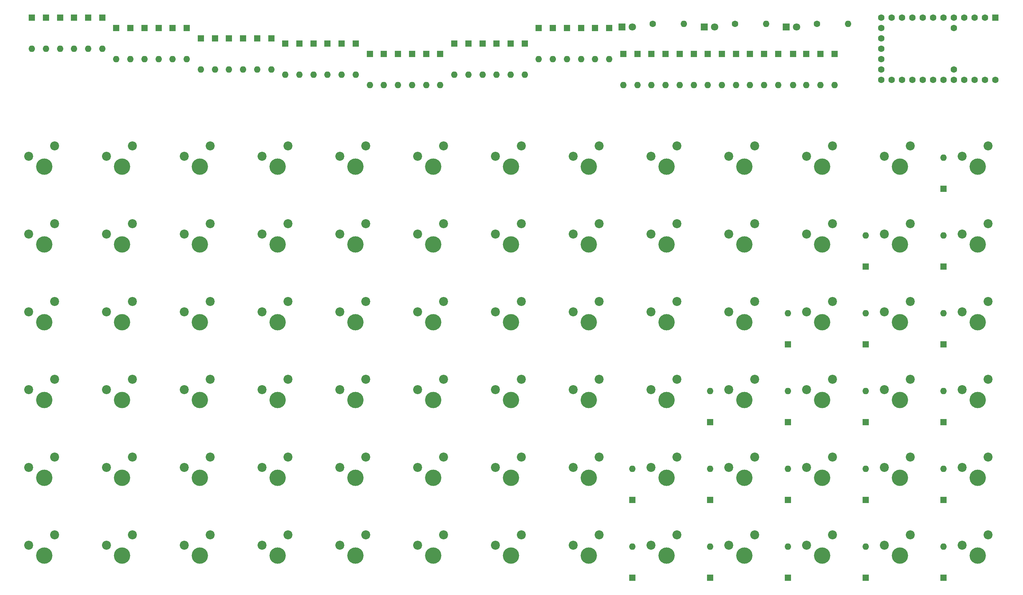
<source format=gbr>
%TF.GenerationSoftware,KiCad,Pcbnew,5.1.8-5.1.8*%
%TF.CreationDate,2020-11-21T17:42:12+00:00*%
%TF.ProjectId,m78,6d37382e-6b69-4636-9164-5f7063625858,rev?*%
%TF.SameCoordinates,Original*%
%TF.FileFunction,Soldermask,Top*%
%TF.FilePolarity,Negative*%
%FSLAX46Y46*%
G04 Gerber Fmt 4.6, Leading zero omitted, Abs format (unit mm)*
G04 Created by KiCad (PCBNEW 5.1.8-5.1.8) date 2020-11-21 17:42:12*
%MOMM*%
%LPD*%
G01*
G04 APERTURE LIST*
%ADD10R,1.600000X1.600000*%
%ADD11O,1.600000X1.600000*%
%ADD12C,4.000000*%
%ADD13C,2.200000*%
%ADD14C,1.600000*%
%ADD15C,1.800000*%
%ADD16R,1.800000X1.800000*%
G04 APERTURE END LIST*
D10*
%TO.C,D1*%
X24861800Y-16810000D03*
D11*
X24861800Y-24430000D03*
%TD*%
D10*
%TO.C,D72*%
X229060000Y-153970000D03*
D11*
X229060000Y-146350000D03*
%TD*%
D10*
%TO.C,D66*%
X210010000Y-153970000D03*
D11*
X210010000Y-146350000D03*
%TD*%
D10*
%TO.C,D60*%
X190960000Y-153970000D03*
D11*
X190960000Y-146350000D03*
%TD*%
D10*
%TO.C,D54*%
X171910000Y-153970000D03*
D11*
X171910000Y-146350000D03*
%TD*%
D10*
%TO.C,D48*%
X186953000Y-25700000D03*
D11*
X186953000Y-33320000D03*
%TD*%
D10*
%TO.C,D42*%
X166260000Y-19350000D03*
D11*
X166260000Y-26970000D03*
%TD*%
D10*
%TO.C,D36*%
X145568000Y-23160000D03*
D11*
X145568000Y-30780000D03*
%TD*%
D10*
%TO.C,D30*%
X124875000Y-25700000D03*
D11*
X124875000Y-33320000D03*
%TD*%
D10*
%TO.C,D24*%
X104183000Y-23160000D03*
D11*
X104183000Y-30780000D03*
%TD*%
D10*
%TO.C,D18*%
X83490400Y-21890000D03*
D11*
X83490400Y-29510000D03*
%TD*%
D10*
%TO.C,D12*%
X62797900Y-19350000D03*
D11*
X62797900Y-26970000D03*
%TD*%
D10*
%TO.C,D6*%
X42105500Y-16810000D03*
D11*
X42105500Y-24430000D03*
%TD*%
D10*
%TO.C,D67*%
X221440000Y-25700000D03*
D11*
X221440000Y-33320000D03*
%TD*%
D10*
%TO.C,D77*%
X248110000Y-134920000D03*
D11*
X248110000Y-127300000D03*
%TD*%
D10*
%TO.C,D76*%
X248110000Y-115870000D03*
D11*
X248110000Y-108250000D03*
%TD*%
D10*
%TO.C,D75*%
X248110000Y-96820000D03*
D11*
X248110000Y-89200000D03*
%TD*%
D10*
%TO.C,D74*%
X248110000Y-77770000D03*
D11*
X248110000Y-70150000D03*
%TD*%
D10*
%TO.C,D73*%
X248110000Y-58720000D03*
D11*
X248110000Y-51100000D03*
%TD*%
D10*
%TO.C,D71*%
X229060000Y-134920000D03*
D11*
X229060000Y-127300000D03*
%TD*%
D10*
%TO.C,D70*%
X229060000Y-115870000D03*
D11*
X229060000Y-108250000D03*
%TD*%
D10*
%TO.C,D69*%
X229060000Y-96820000D03*
D11*
X229060000Y-89200000D03*
%TD*%
D10*
%TO.C,D68*%
X229060000Y-77770000D03*
D11*
X229060000Y-70150000D03*
%TD*%
D10*
%TO.C,D65*%
X210010000Y-134920000D03*
D11*
X210010000Y-127300000D03*
%TD*%
D10*
%TO.C,D64*%
X210010000Y-115870000D03*
D11*
X210010000Y-108250000D03*
%TD*%
D10*
%TO.C,D63*%
X210010000Y-96820000D03*
D11*
X210010000Y-89200000D03*
%TD*%
D10*
%TO.C,D62*%
X214542000Y-25700000D03*
D11*
X214542000Y-33320000D03*
%TD*%
D10*
%TO.C,D61*%
X217991000Y-25700000D03*
D11*
X217991000Y-33320000D03*
%TD*%
D10*
%TO.C,D59*%
X190960000Y-134920000D03*
D11*
X190960000Y-127300000D03*
%TD*%
D10*
%TO.C,D58*%
X190960000Y-115870000D03*
D11*
X190960000Y-108250000D03*
%TD*%
D10*
%TO.C,D57*%
X211280000Y-25700000D03*
D11*
X211280000Y-33320000D03*
%TD*%
D10*
%TO.C,D56*%
X207645000Y-25700000D03*
D11*
X207645000Y-33320000D03*
%TD*%
D10*
%TO.C,D55*%
X204196000Y-25700000D03*
D11*
X204196000Y-33320000D03*
%TD*%
D10*
%TO.C,D53*%
X171910000Y-134920000D03*
D11*
X171910000Y-127300000D03*
%TD*%
D10*
%TO.C,D52*%
X200748000Y-25700000D03*
D11*
X200748000Y-33320000D03*
%TD*%
D10*
%TO.C,D51*%
X197299000Y-25700000D03*
D11*
X197299000Y-33320000D03*
%TD*%
D10*
%TO.C,D50*%
X193850000Y-25700000D03*
D11*
X193850000Y-33320000D03*
%TD*%
D10*
%TO.C,D49*%
X190401000Y-25700000D03*
D11*
X190401000Y-33320000D03*
%TD*%
D10*
%TO.C,D47*%
X183504000Y-25700000D03*
D11*
X183504000Y-33320000D03*
%TD*%
D10*
%TO.C,D46*%
X180055000Y-25700000D03*
D11*
X180055000Y-33320000D03*
%TD*%
D10*
%TO.C,D45*%
X176606000Y-25700000D03*
D11*
X176606000Y-33320000D03*
%TD*%
D10*
%TO.C,D44*%
X173158000Y-25700000D03*
D11*
X173158000Y-33320000D03*
%TD*%
D10*
%TO.C,D43*%
X169709000Y-25700000D03*
D11*
X169709000Y-33320000D03*
%TD*%
D10*
%TO.C,D41*%
X162811000Y-19350000D03*
D11*
X162811000Y-26970000D03*
%TD*%
D10*
%TO.C,D40*%
X159363000Y-19350000D03*
D11*
X159363000Y-26970000D03*
%TD*%
D10*
%TO.C,D39*%
X155914000Y-19350000D03*
D11*
X155914000Y-26970000D03*
%TD*%
D10*
%TO.C,D38*%
X152465000Y-19350000D03*
D11*
X152465000Y-26970000D03*
%TD*%
D10*
%TO.C,D37*%
X149016000Y-19350000D03*
D11*
X149016000Y-26970000D03*
%TD*%
D10*
%TO.C,D35*%
X142119000Y-23160000D03*
D11*
X142119000Y-30780000D03*
%TD*%
D10*
%TO.C,D34*%
X138670000Y-23160000D03*
D11*
X138670000Y-30780000D03*
%TD*%
D10*
%TO.C,D33*%
X135221000Y-23160000D03*
D11*
X135221000Y-30780000D03*
%TD*%
D10*
%TO.C,D32*%
X131773000Y-23160000D03*
D11*
X131773000Y-30780000D03*
%TD*%
D10*
%TO.C,D31*%
X128324000Y-23160000D03*
D11*
X128324000Y-30780000D03*
%TD*%
D10*
%TO.C,D29*%
X121427000Y-25700000D03*
D11*
X121427000Y-33320000D03*
%TD*%
D10*
%TO.C,D28*%
X117978000Y-25700000D03*
D11*
X117978000Y-33320000D03*
%TD*%
D10*
%TO.C,D27*%
X114529000Y-25700000D03*
D11*
X114529000Y-33320000D03*
%TD*%
D10*
%TO.C,D26*%
X111080000Y-25700000D03*
D11*
X111080000Y-33320000D03*
%TD*%
D10*
%TO.C,D25*%
X107632000Y-25700000D03*
D11*
X107632000Y-33320000D03*
%TD*%
D10*
%TO.C,D23*%
X100734000Y-23160000D03*
D11*
X100734000Y-30780000D03*
%TD*%
D10*
%TO.C,D22*%
X97285300Y-23160000D03*
D11*
X97285300Y-30780000D03*
%TD*%
D10*
%TO.C,D21*%
X93836600Y-23160000D03*
D11*
X93836600Y-30780000D03*
%TD*%
D10*
%TO.C,D20*%
X90387900Y-23160000D03*
D11*
X90387900Y-30780000D03*
%TD*%
D10*
%TO.C,D19*%
X86939100Y-23160000D03*
D11*
X86939100Y-30780000D03*
%TD*%
D10*
%TO.C,D17*%
X80041600Y-21890000D03*
D11*
X80041600Y-29510000D03*
%TD*%
D10*
%TO.C,D16*%
X76592900Y-21890000D03*
D11*
X76592900Y-29510000D03*
%TD*%
D10*
%TO.C,D15*%
X73144200Y-21890000D03*
D11*
X73144200Y-29510000D03*
%TD*%
D10*
%TO.C,D14*%
X69695400Y-21890000D03*
D11*
X69695400Y-29510000D03*
%TD*%
D10*
%TO.C,D13*%
X66246700Y-21890000D03*
D11*
X66246700Y-29510000D03*
%TD*%
D10*
%TO.C,D11*%
X59349200Y-19350000D03*
D11*
X59349200Y-26970000D03*
%TD*%
D10*
%TO.C,D10*%
X55900500Y-19350000D03*
D11*
X55900500Y-26970000D03*
%TD*%
D10*
%TO.C,D9*%
X52451700Y-19350000D03*
D11*
X52451700Y-26970000D03*
%TD*%
D10*
%TO.C,D8*%
X49003000Y-19350000D03*
D11*
X49003000Y-26970000D03*
%TD*%
D10*
%TO.C,D7*%
X45554200Y-19350000D03*
D11*
X45554200Y-26970000D03*
%TD*%
D10*
%TO.C,D5*%
X38656800Y-16810000D03*
D11*
X38656800Y-24430000D03*
%TD*%
D10*
%TO.C,D4*%
X35208000Y-16810000D03*
D11*
X35208000Y-24430000D03*
%TD*%
D10*
%TO.C,D3*%
X31759300Y-16810000D03*
D11*
X31759300Y-24430000D03*
%TD*%
D10*
%TO.C,D2*%
X28310500Y-16810000D03*
D11*
X28310500Y-24430000D03*
%TD*%
%TO.C,D78*%
X248110000Y-146350000D03*
D10*
X248110000Y-153970000D03*
%TD*%
D12*
%TO.C,SW78*%
X256540000Y-148590000D03*
D13*
X252730000Y-146050000D03*
X259080000Y-143510000D03*
%TD*%
D12*
%TO.C,SW77*%
X256540000Y-129540000D03*
D13*
X252730000Y-127000000D03*
X259080000Y-124460000D03*
%TD*%
D12*
%TO.C,SW76*%
X256540000Y-110490000D03*
D13*
X252730000Y-107950000D03*
X259080000Y-105410000D03*
%TD*%
D12*
%TO.C,SW75*%
X256540000Y-91440000D03*
D13*
X252730000Y-88900000D03*
X259080000Y-86360000D03*
%TD*%
D12*
%TO.C,SW74*%
X256540000Y-72390000D03*
D13*
X252730000Y-69850000D03*
X259080000Y-67310000D03*
%TD*%
D12*
%TO.C,SW73*%
X256540000Y-53340000D03*
D13*
X252730000Y-50800000D03*
X259080000Y-48260000D03*
%TD*%
D12*
%TO.C,SW72*%
X237490000Y-148590000D03*
D13*
X233680000Y-146050000D03*
X240030000Y-143510000D03*
%TD*%
D12*
%TO.C,SW71*%
X237490000Y-129540000D03*
D13*
X233680000Y-127000000D03*
X240030000Y-124460000D03*
%TD*%
D12*
%TO.C,SW70*%
X237490000Y-110490000D03*
D13*
X233680000Y-107950000D03*
X240030000Y-105410000D03*
%TD*%
D12*
%TO.C,SW69*%
X237490000Y-91440000D03*
D13*
X233680000Y-88900000D03*
X240030000Y-86360000D03*
%TD*%
D12*
%TO.C,SW68*%
X237490000Y-72390000D03*
D13*
X233680000Y-69850000D03*
X240030000Y-67310000D03*
%TD*%
D12*
%TO.C,SW67*%
X237490000Y-53340000D03*
D13*
X233680000Y-50800000D03*
X240030000Y-48260000D03*
%TD*%
D12*
%TO.C,SW66*%
X218440000Y-148590000D03*
D13*
X214630000Y-146050000D03*
X220980000Y-143510000D03*
%TD*%
D12*
%TO.C,SW65*%
X218440000Y-129540000D03*
D13*
X214630000Y-127000000D03*
X220980000Y-124460000D03*
%TD*%
D12*
%TO.C,SW64*%
X218440000Y-110490000D03*
D13*
X214630000Y-107950000D03*
X220980000Y-105410000D03*
%TD*%
D12*
%TO.C,SW63*%
X218440000Y-91440000D03*
D13*
X214630000Y-88900000D03*
X220980000Y-86360000D03*
%TD*%
D12*
%TO.C,SW62*%
X218440000Y-72390000D03*
D13*
X214630000Y-69850000D03*
X220980000Y-67310000D03*
%TD*%
D12*
%TO.C,SW61*%
X218440000Y-53340000D03*
D13*
X214630000Y-50800000D03*
X220980000Y-48260000D03*
%TD*%
D12*
%TO.C,SW60*%
X199390000Y-148590000D03*
D13*
X195580000Y-146050000D03*
X201930000Y-143510000D03*
%TD*%
D12*
%TO.C,SW59*%
X199390000Y-129540000D03*
D13*
X195580000Y-127000000D03*
X201930000Y-124460000D03*
%TD*%
D12*
%TO.C,SW58*%
X199390000Y-110490000D03*
D13*
X195580000Y-107950000D03*
X201930000Y-105410000D03*
%TD*%
D12*
%TO.C,SW57*%
X199390000Y-91440000D03*
D13*
X195580000Y-88900000D03*
X201930000Y-86360000D03*
%TD*%
D12*
%TO.C,SW56*%
X199390000Y-72390000D03*
D13*
X195580000Y-69850000D03*
X201930000Y-67310000D03*
%TD*%
D12*
%TO.C,SW55*%
X199390000Y-53340000D03*
D13*
X195580000Y-50800000D03*
X201930000Y-48260000D03*
%TD*%
D12*
%TO.C,SW54*%
X180340000Y-148590000D03*
D13*
X176530000Y-146050000D03*
X182880000Y-143510000D03*
%TD*%
D12*
%TO.C,SW53*%
X180340000Y-129540000D03*
D13*
X176530000Y-127000000D03*
X182880000Y-124460000D03*
%TD*%
D12*
%TO.C,SW52*%
X180340000Y-110490000D03*
D13*
X176530000Y-107950000D03*
X182880000Y-105410000D03*
%TD*%
D12*
%TO.C,SW51*%
X180340000Y-91440000D03*
D13*
X176530000Y-88900000D03*
X182880000Y-86360000D03*
%TD*%
D12*
%TO.C,SW50*%
X180340000Y-72390000D03*
D13*
X176530000Y-69850000D03*
X182880000Y-67310000D03*
%TD*%
D12*
%TO.C,SW49*%
X180340000Y-53340000D03*
D13*
X176530000Y-50800000D03*
X182880000Y-48260000D03*
%TD*%
D12*
%TO.C,SW48*%
X161290000Y-148590000D03*
D13*
X157480000Y-146050000D03*
X163830000Y-143510000D03*
%TD*%
D12*
%TO.C,SW47*%
X161290000Y-129540000D03*
D13*
X157480000Y-127000000D03*
X163830000Y-124460000D03*
%TD*%
D12*
%TO.C,SW46*%
X161290000Y-110490000D03*
D13*
X157480000Y-107950000D03*
X163830000Y-105410000D03*
%TD*%
D12*
%TO.C,SW45*%
X161290000Y-91440000D03*
D13*
X157480000Y-88900000D03*
X163830000Y-86360000D03*
%TD*%
D12*
%TO.C,SW44*%
X161290000Y-72390000D03*
D13*
X157480000Y-69850000D03*
X163830000Y-67310000D03*
%TD*%
D12*
%TO.C,SW43*%
X161290000Y-53340000D03*
D13*
X157480000Y-50800000D03*
X163830000Y-48260000D03*
%TD*%
D12*
%TO.C,SW42*%
X142240000Y-148590000D03*
D13*
X138430000Y-146050000D03*
X144780000Y-143510000D03*
%TD*%
D12*
%TO.C,SW41*%
X142240000Y-129540000D03*
D13*
X138430000Y-127000000D03*
X144780000Y-124460000D03*
%TD*%
D12*
%TO.C,SW40*%
X142240000Y-110490000D03*
D13*
X138430000Y-107950000D03*
X144780000Y-105410000D03*
%TD*%
D12*
%TO.C,SW39*%
X142240000Y-91440000D03*
D13*
X138430000Y-88900000D03*
X144780000Y-86360000D03*
%TD*%
D12*
%TO.C,SW38*%
X142240000Y-72390000D03*
D13*
X138430000Y-69850000D03*
X144780000Y-67310000D03*
%TD*%
D12*
%TO.C,SW37*%
X142240000Y-53340000D03*
D13*
X138430000Y-50800000D03*
X144780000Y-48260000D03*
%TD*%
D12*
%TO.C,SW36*%
X123190000Y-148590000D03*
D13*
X119380000Y-146050000D03*
X125730000Y-143510000D03*
%TD*%
D12*
%TO.C,SW35*%
X123190000Y-129540000D03*
D13*
X119380000Y-127000000D03*
X125730000Y-124460000D03*
%TD*%
D12*
%TO.C,SW34*%
X123190000Y-110490000D03*
D13*
X119380000Y-107950000D03*
X125730000Y-105410000D03*
%TD*%
D12*
%TO.C,SW33*%
X123190000Y-91440000D03*
D13*
X119380000Y-88900000D03*
X125730000Y-86360000D03*
%TD*%
D12*
%TO.C,SW32*%
X123190000Y-72390000D03*
D13*
X119380000Y-69850000D03*
X125730000Y-67310000D03*
%TD*%
D12*
%TO.C,SW31*%
X123190000Y-53340000D03*
D13*
X119380000Y-50800000D03*
X125730000Y-48260000D03*
%TD*%
D12*
%TO.C,SW30*%
X104140000Y-148590000D03*
D13*
X100330000Y-146050000D03*
X106680000Y-143510000D03*
%TD*%
D12*
%TO.C,SW29*%
X104140000Y-129540000D03*
D13*
X100330000Y-127000000D03*
X106680000Y-124460000D03*
%TD*%
D12*
%TO.C,SW28*%
X104140000Y-110490000D03*
D13*
X100330000Y-107950000D03*
X106680000Y-105410000D03*
%TD*%
D12*
%TO.C,SW27*%
X104140000Y-91440000D03*
D13*
X100330000Y-88900000D03*
X106680000Y-86360000D03*
%TD*%
D12*
%TO.C,SW26*%
X104140000Y-72390000D03*
D13*
X100330000Y-69850000D03*
X106680000Y-67310000D03*
%TD*%
D12*
%TO.C,SW25*%
X104140000Y-53340000D03*
D13*
X100330000Y-50800000D03*
X106680000Y-48260000D03*
%TD*%
D12*
%TO.C,SW24*%
X85090000Y-148590000D03*
D13*
X81280000Y-146050000D03*
X87630000Y-143510000D03*
%TD*%
D12*
%TO.C,SW23*%
X85090000Y-129540000D03*
D13*
X81280000Y-127000000D03*
X87630000Y-124460000D03*
%TD*%
D12*
%TO.C,SW22*%
X85090000Y-110490000D03*
D13*
X81280000Y-107950000D03*
X87630000Y-105410000D03*
%TD*%
D12*
%TO.C,SW21*%
X85090000Y-91440000D03*
D13*
X81280000Y-88900000D03*
X87630000Y-86360000D03*
%TD*%
D12*
%TO.C,SW20*%
X85090000Y-72390000D03*
D13*
X81280000Y-69850000D03*
X87630000Y-67310000D03*
%TD*%
D12*
%TO.C,SW19*%
X85090000Y-53340000D03*
D13*
X81280000Y-50800000D03*
X87630000Y-48260000D03*
%TD*%
D12*
%TO.C,SW18*%
X66040000Y-148590000D03*
D13*
X62230000Y-146050000D03*
X68580000Y-143510000D03*
%TD*%
D12*
%TO.C,SW17*%
X66040000Y-129540000D03*
D13*
X62230000Y-127000000D03*
X68580000Y-124460000D03*
%TD*%
D12*
%TO.C,SW16*%
X66040000Y-110490000D03*
D13*
X62230000Y-107950000D03*
X68580000Y-105410000D03*
%TD*%
D12*
%TO.C,SW15*%
X66040000Y-91440000D03*
D13*
X62230000Y-88900000D03*
X68580000Y-86360000D03*
%TD*%
D12*
%TO.C,SW14*%
X66040000Y-72390000D03*
D13*
X62230000Y-69850000D03*
X68580000Y-67310000D03*
%TD*%
D12*
%TO.C,SW13*%
X66040000Y-53340000D03*
D13*
X62230000Y-50800000D03*
X68580000Y-48260000D03*
%TD*%
D12*
%TO.C,SW12*%
X46990000Y-148590000D03*
D13*
X43180000Y-146050000D03*
X49530000Y-143510000D03*
%TD*%
D12*
%TO.C,SW11*%
X46990000Y-129540000D03*
D13*
X43180000Y-127000000D03*
X49530000Y-124460000D03*
%TD*%
D12*
%TO.C,SW10*%
X46990000Y-110490000D03*
D13*
X43180000Y-107950000D03*
X49530000Y-105410000D03*
%TD*%
D12*
%TO.C,SW9*%
X46990000Y-91440000D03*
D13*
X43180000Y-88900000D03*
X49530000Y-86360000D03*
%TD*%
D12*
%TO.C,SW8*%
X46990000Y-72390000D03*
D13*
X43180000Y-69850000D03*
X49530000Y-67310000D03*
%TD*%
D12*
%TO.C,SW7*%
X46990000Y-53340000D03*
D13*
X43180000Y-50800000D03*
X49530000Y-48260000D03*
%TD*%
D12*
%TO.C,SW6*%
X27940000Y-148590000D03*
D13*
X24130000Y-146050000D03*
X30480000Y-143510000D03*
%TD*%
D12*
%TO.C,SW5*%
X27940000Y-129540000D03*
D13*
X24130000Y-127000000D03*
X30480000Y-124460000D03*
%TD*%
D12*
%TO.C,SW4*%
X27940000Y-110490000D03*
D13*
X24130000Y-107950000D03*
X30480000Y-105410000D03*
%TD*%
D12*
%TO.C,SW3*%
X27940000Y-91440000D03*
D13*
X24130000Y-88900000D03*
X30480000Y-86360000D03*
%TD*%
D12*
%TO.C,SW2*%
X27940000Y-72390000D03*
D13*
X24130000Y-69850000D03*
X30480000Y-67310000D03*
%TD*%
D12*
%TO.C,SW1*%
X27940000Y-53340000D03*
D13*
X24130000Y-50800000D03*
X30480000Y-48260000D03*
%TD*%
D14*
%TO.C,U1*%
X232870000Y-24430000D03*
D10*
X260810000Y-16810000D03*
D14*
X258270000Y-16810000D03*
X255730000Y-16810000D03*
X253190000Y-16810000D03*
X250650000Y-16810000D03*
X248110000Y-16810000D03*
X245570000Y-16810000D03*
X243030000Y-16810000D03*
X240490000Y-16810000D03*
X237950000Y-16810000D03*
X235410000Y-16810000D03*
X232870000Y-16810000D03*
X232870000Y-19350000D03*
X232870000Y-21890000D03*
X232870000Y-26970000D03*
X232870000Y-29510000D03*
X232870000Y-32050000D03*
X235410000Y-32050000D03*
X237950000Y-32050000D03*
X240490000Y-32050000D03*
X243030000Y-32050000D03*
X245570000Y-32050000D03*
X248110000Y-32050000D03*
X250650000Y-32050000D03*
X253190000Y-32050000D03*
X255730000Y-32050000D03*
X258270000Y-32050000D03*
X260810000Y-32050000D03*
X250650000Y-19350000D03*
X250650000Y-29510000D03*
%TD*%
D11*
%TO.C,R3*%
X224790000Y-18360000D03*
D14*
X217170000Y-18360000D03*
%TD*%
D15*
%TO.C,D81*%
X212178000Y-19110000D03*
D16*
X209638000Y-19110000D03*
%TD*%
D11*
%TO.C,R1*%
X184522000Y-18360000D03*
D14*
X176902000Y-18360000D03*
%TD*%
D11*
%TO.C,R2*%
X204656000Y-18360000D03*
D14*
X197036000Y-18360000D03*
%TD*%
D15*
%TO.C,D80*%
X192044000Y-19110000D03*
D16*
X189504000Y-19110000D03*
%TD*%
D15*
%TO.C,D79*%
X171910000Y-19110000D03*
D16*
X169370000Y-19110000D03*
%TD*%
M02*

</source>
